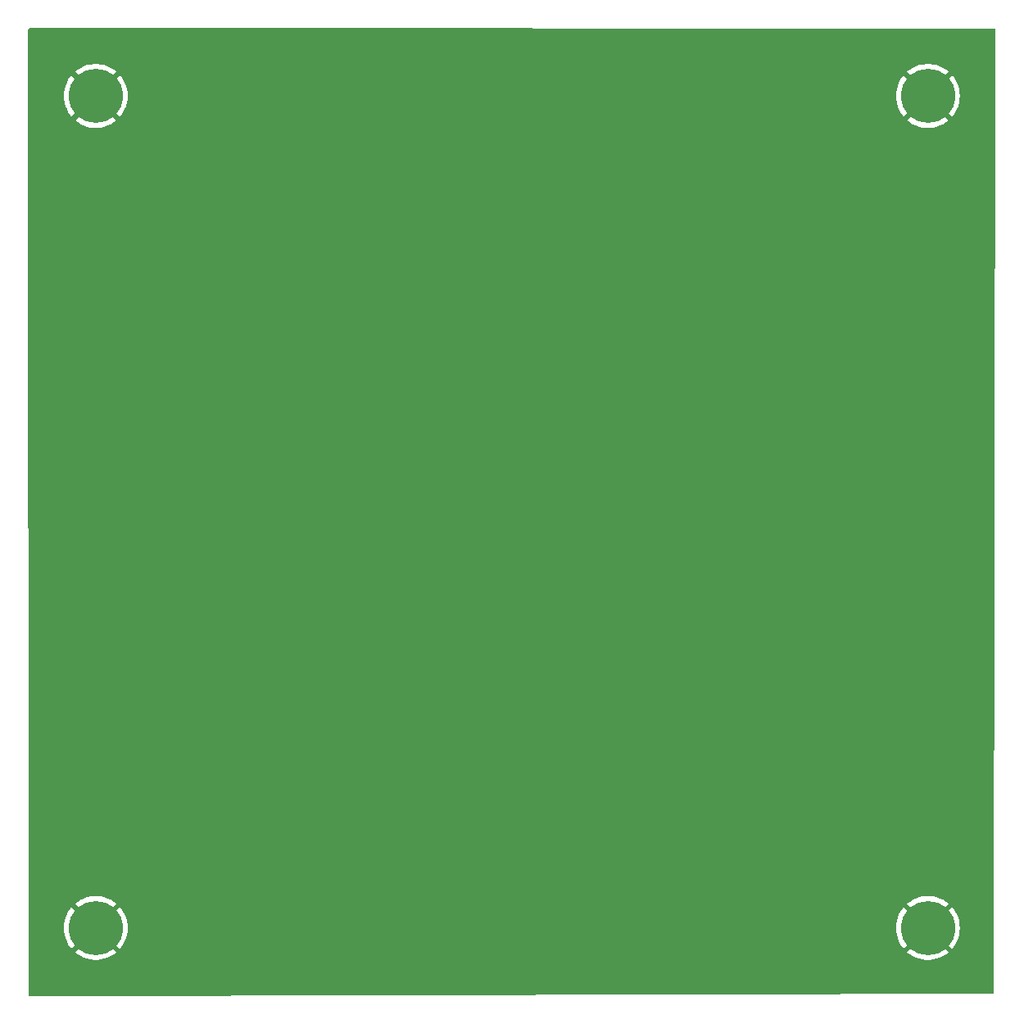
<source format=gbr>
%TF.GenerationSoftware,KiCad,Pcbnew,7.0.7*%
%TF.CreationDate,2023-11-05T15:56:38+00:00*%
%TF.ProjectId,RF_Screen,52465f53-6372-4656-956e-2e6b69636164,rev?*%
%TF.SameCoordinates,Original*%
%TF.FileFunction,Copper,L2,Bot*%
%TF.FilePolarity,Positive*%
%FSLAX46Y46*%
G04 Gerber Fmt 4.6, Leading zero omitted, Abs format (unit mm)*
G04 Created by KiCad (PCBNEW 7.0.7) date 2023-11-05 15:56:38*
%MOMM*%
%LPD*%
G01*
G04 APERTURE LIST*
%TA.AperFunction,ComponentPad*%
%ADD10C,5.600000*%
%TD*%
%TA.AperFunction,ViaPad*%
%ADD11C,0.800000*%
%TD*%
G04 APERTURE END LIST*
D10*
%TO.P,H4,1,1*%
%TO.N,GND*%
X193000000Y-7000000D03*
%TD*%
%TO.P,H3,1,1*%
%TO.N,GND*%
X193000000Y-93000000D03*
%TD*%
%TO.P,H1,1,1*%
%TO.N,GND*%
X107000000Y-7000000D03*
%TD*%
%TO.P,H2,1,1*%
%TO.N,GND*%
X107000000Y-93000000D03*
%TD*%
D11*
%TO.N,GND*%
X192500000Y-97500000D03*
X187500000Y-97500000D03*
X182500000Y-97500000D03*
X177500000Y-97500000D03*
X172500000Y-97500000D03*
X167500000Y-97500000D03*
X162500000Y-97500000D03*
X157500000Y-97500000D03*
X152500000Y-97500000D03*
X147500000Y-97500000D03*
X142500000Y-97500000D03*
X137500000Y-97500000D03*
X132500000Y-97500000D03*
X127500000Y-97500000D03*
X122500000Y-97500000D03*
X117500000Y-97500000D03*
X112500000Y-97500000D03*
X107500000Y-97500000D03*
X197500000Y-97500000D03*
X197500000Y-92500000D03*
X197500000Y-87500000D03*
X197500000Y-82500000D03*
X197500000Y-77500000D03*
X197500000Y-72500000D03*
X197500000Y-67500000D03*
X197500000Y-62500000D03*
X197500000Y-57500000D03*
X197500000Y-52500000D03*
X197500000Y-47500000D03*
X197500000Y-42500000D03*
X197500000Y-37500000D03*
X197500000Y-32500000D03*
X197500000Y-27500000D03*
X197500000Y-22500000D03*
X197500000Y-17500000D03*
X197500000Y-12500000D03*
X197500000Y-7500000D03*
X102500000Y-97500000D03*
X102500000Y-92500000D03*
X102500000Y-87500000D03*
X102500000Y-82500000D03*
X102500000Y-77500000D03*
X102500000Y-72500000D03*
X102500000Y-67500000D03*
X102500000Y-62500000D03*
X102500000Y-57500000D03*
X102500000Y-52500000D03*
X102500000Y-47500000D03*
X102500000Y-42500000D03*
X102500000Y-37500000D03*
X102500000Y-32500000D03*
X102500000Y-27500000D03*
X102500000Y-22500000D03*
X102500000Y-17500000D03*
X102500000Y-12500000D03*
X102500000Y-7500000D03*
X197500000Y-2500000D03*
X192500000Y-2500000D03*
X187500000Y-2500000D03*
X182500000Y-2500000D03*
X177500000Y-2500000D03*
X172500000Y-2500000D03*
X167500000Y-2500000D03*
X162500000Y-2500000D03*
X157500000Y-2500000D03*
X152500000Y-2500000D03*
X147500000Y-2500000D03*
X142500000Y-2500000D03*
X137500000Y-2500000D03*
X132500000Y-2500000D03*
X127500000Y-2500000D03*
X122500000Y-2500000D03*
X117500000Y-2500000D03*
X112500000Y-2500000D03*
X107500000Y-2500000D03*
X102500000Y-2500000D03*
%TD*%
%TA.AperFunction,Conductor*%
%TO.N,GND*%
G36*
X199865751Y-9987D02*
G01*
X199932788Y-29678D01*
X199978538Y-82487D01*
X199989738Y-134248D01*
X199780259Y-99676520D01*
X199760433Y-99743518D01*
X199707533Y-99789162D01*
X199656520Y-99800259D01*
X105017500Y-99999500D01*
X100153987Y-99999500D01*
X100086948Y-99979815D01*
X100041193Y-99927011D01*
X100029987Y-99875512D01*
X100029299Y-93000002D01*
X103695153Y-93000002D01*
X103714526Y-93357314D01*
X103714527Y-93357331D01*
X103772415Y-93710431D01*
X103772421Y-93710457D01*
X103868147Y-94055232D01*
X103868149Y-94055239D01*
X104000597Y-94387659D01*
X104000606Y-94387677D01*
X104168218Y-94703827D01*
X104369033Y-95000007D01*
X104496441Y-95150003D01*
X104496442Y-95150004D01*
X105607413Y-94039032D01*
X105668736Y-94005547D01*
X105738427Y-94010531D01*
X105789381Y-94046179D01*
X105865130Y-94134870D01*
X105928855Y-94189296D01*
X105953816Y-94210615D01*
X105992009Y-94269122D01*
X105992507Y-94338990D01*
X105960965Y-94392586D01*
X104847255Y-95506295D01*
X104847256Y-95506296D01*
X104860485Y-95518828D01*
X104860486Y-95518829D01*
X105145367Y-95735388D01*
X105145370Y-95735390D01*
X105451990Y-95919876D01*
X105776739Y-96070122D01*
X105776744Y-96070123D01*
X106115855Y-96184383D01*
X106465339Y-96261311D01*
X106821075Y-96299999D01*
X106821085Y-96300000D01*
X107178915Y-96300000D01*
X107178924Y-96299999D01*
X107534660Y-96261311D01*
X107884144Y-96184383D01*
X108223255Y-96070123D01*
X108223260Y-96070122D01*
X108548009Y-95919876D01*
X108854629Y-95735390D01*
X108854632Y-95735388D01*
X109139504Y-95518836D01*
X109152742Y-95506294D01*
X108039033Y-94392586D01*
X108005548Y-94331263D01*
X108010532Y-94261571D01*
X108046180Y-94210617D01*
X108134870Y-94134870D01*
X108210617Y-94046180D01*
X108269121Y-94007990D01*
X108338989Y-94007490D01*
X108392586Y-94039033D01*
X109503556Y-95150003D01*
X109630964Y-95000008D01*
X109630975Y-94999994D01*
X109831781Y-94703827D01*
X109999393Y-94387677D01*
X109999402Y-94387659D01*
X110131850Y-94055239D01*
X110131852Y-94055232D01*
X110227578Y-93710457D01*
X110227584Y-93710431D01*
X110285472Y-93357331D01*
X110285473Y-93357314D01*
X110304847Y-93000002D01*
X189695153Y-93000002D01*
X189714526Y-93357314D01*
X189714527Y-93357331D01*
X189772415Y-93710431D01*
X189772421Y-93710457D01*
X189868147Y-94055232D01*
X189868149Y-94055239D01*
X190000597Y-94387659D01*
X190000606Y-94387677D01*
X190168218Y-94703827D01*
X190369033Y-95000007D01*
X190496441Y-95150003D01*
X190496442Y-95150004D01*
X191607413Y-94039032D01*
X191668736Y-94005547D01*
X191738427Y-94010531D01*
X191789381Y-94046179D01*
X191865130Y-94134870D01*
X191928855Y-94189296D01*
X191953816Y-94210615D01*
X191992009Y-94269122D01*
X191992507Y-94338990D01*
X191960965Y-94392586D01*
X190847255Y-95506295D01*
X190847256Y-95506296D01*
X190860485Y-95518828D01*
X190860486Y-95518829D01*
X191145367Y-95735388D01*
X191145370Y-95735390D01*
X191451990Y-95919876D01*
X191776739Y-96070122D01*
X191776744Y-96070123D01*
X192115855Y-96184383D01*
X192465339Y-96261311D01*
X192821075Y-96299999D01*
X192821085Y-96300000D01*
X193178915Y-96300000D01*
X193178924Y-96299999D01*
X193534660Y-96261311D01*
X193884144Y-96184383D01*
X194223255Y-96070123D01*
X194223260Y-96070122D01*
X194548009Y-95919876D01*
X194854629Y-95735390D01*
X194854632Y-95735388D01*
X195139504Y-95518836D01*
X195152742Y-95506294D01*
X194039033Y-94392586D01*
X194005548Y-94331263D01*
X194010532Y-94261571D01*
X194046180Y-94210617D01*
X194134870Y-94134870D01*
X194210617Y-94046180D01*
X194269121Y-94007990D01*
X194338989Y-94007490D01*
X194392586Y-94039033D01*
X195503556Y-95150003D01*
X195630964Y-95000008D01*
X195630975Y-94999994D01*
X195831781Y-94703827D01*
X195999393Y-94387677D01*
X195999402Y-94387659D01*
X196131850Y-94055239D01*
X196131852Y-94055232D01*
X196227578Y-93710457D01*
X196227584Y-93710431D01*
X196285472Y-93357331D01*
X196285473Y-93357314D01*
X196304846Y-93000002D01*
X196304846Y-92999997D01*
X196285473Y-92642685D01*
X196285472Y-92642668D01*
X196227584Y-92289568D01*
X196227578Y-92289542D01*
X196131852Y-91944767D01*
X196131850Y-91944760D01*
X195999402Y-91612340D01*
X195999393Y-91612322D01*
X195831781Y-91296172D01*
X195630966Y-90999992D01*
X195503557Y-90849995D01*
X195503556Y-90849994D01*
X194392586Y-91960965D01*
X194331263Y-91994450D01*
X194261571Y-91989466D01*
X194210615Y-91953816D01*
X194189296Y-91928855D01*
X194134870Y-91865130D01*
X194046179Y-91789381D01*
X194007989Y-91730878D01*
X194007489Y-91661010D01*
X194039032Y-91607413D01*
X195152743Y-90493703D01*
X195152742Y-90493702D01*
X195139514Y-90481171D01*
X195139513Y-90481170D01*
X194854632Y-90264611D01*
X194854629Y-90264609D01*
X194548009Y-90080123D01*
X194223260Y-89929877D01*
X194223255Y-89929876D01*
X193884144Y-89815616D01*
X193534660Y-89738688D01*
X193178924Y-89700000D01*
X192821075Y-89700000D01*
X192465339Y-89738688D01*
X192115855Y-89815616D01*
X191776744Y-89929876D01*
X191776739Y-89929877D01*
X191451990Y-90080123D01*
X191145370Y-90264609D01*
X191145367Y-90264611D01*
X190860491Y-90481166D01*
X190847256Y-90493703D01*
X190847255Y-90493703D01*
X191960966Y-91607413D01*
X191994451Y-91668736D01*
X191989467Y-91738428D01*
X191953817Y-91789384D01*
X191865130Y-91865130D01*
X191789384Y-91953817D01*
X191730877Y-91992010D01*
X191661009Y-91992508D01*
X191607413Y-91960966D01*
X190496442Y-90849994D01*
X190496441Y-90849995D01*
X190369040Y-90999983D01*
X190369033Y-90999993D01*
X190168218Y-91296172D01*
X190000606Y-91612322D01*
X190000597Y-91612340D01*
X189868149Y-91944760D01*
X189868147Y-91944767D01*
X189772421Y-92289542D01*
X189772415Y-92289568D01*
X189714527Y-92642668D01*
X189714526Y-92642685D01*
X189695153Y-92999997D01*
X189695153Y-93000002D01*
X110304847Y-93000002D01*
X110304847Y-92999997D01*
X110285473Y-92642685D01*
X110285472Y-92642668D01*
X110227584Y-92289568D01*
X110227578Y-92289542D01*
X110131852Y-91944767D01*
X110131850Y-91944760D01*
X109999402Y-91612340D01*
X109999393Y-91612322D01*
X109831781Y-91296172D01*
X109630966Y-90999992D01*
X109503557Y-90849995D01*
X109503556Y-90849994D01*
X108392586Y-91960965D01*
X108331263Y-91994450D01*
X108261571Y-91989466D01*
X108210615Y-91953816D01*
X108189296Y-91928855D01*
X108134870Y-91865130D01*
X108046179Y-91789381D01*
X108007989Y-91730878D01*
X108007489Y-91661010D01*
X108039032Y-91607413D01*
X109152743Y-90493703D01*
X109152742Y-90493702D01*
X109139514Y-90481171D01*
X109139513Y-90481170D01*
X108854632Y-90264611D01*
X108854629Y-90264609D01*
X108548009Y-90080123D01*
X108223260Y-89929877D01*
X108223255Y-89929876D01*
X107884144Y-89815616D01*
X107534660Y-89738688D01*
X107178924Y-89700000D01*
X106821075Y-89700000D01*
X106465339Y-89738688D01*
X106115855Y-89815616D01*
X105776744Y-89929876D01*
X105776739Y-89929877D01*
X105451990Y-90080123D01*
X105145370Y-90264609D01*
X105145367Y-90264611D01*
X104860491Y-90481166D01*
X104847256Y-90493703D01*
X104847255Y-90493703D01*
X105960966Y-91607413D01*
X105994451Y-91668736D01*
X105989467Y-91738428D01*
X105953817Y-91789384D01*
X105865130Y-91865130D01*
X105789384Y-91953817D01*
X105730877Y-91992010D01*
X105661009Y-91992508D01*
X105607413Y-91960966D01*
X104496442Y-90849994D01*
X104496441Y-90849995D01*
X104369040Y-90999983D01*
X104369033Y-90999993D01*
X104168218Y-91296172D01*
X104000606Y-91612322D01*
X104000597Y-91612340D01*
X103868149Y-91944760D01*
X103868147Y-91944767D01*
X103772421Y-92289542D01*
X103772415Y-92289568D01*
X103714527Y-92642668D01*
X103714526Y-92642685D01*
X103695153Y-92999997D01*
X103695153Y-93000002D01*
X100029299Y-93000002D01*
X100020973Y-9735388D01*
X100020699Y-7000002D01*
X103695153Y-7000002D01*
X103714526Y-7357314D01*
X103714527Y-7357331D01*
X103772415Y-7710431D01*
X103772421Y-7710457D01*
X103868147Y-8055232D01*
X103868149Y-8055239D01*
X104000597Y-8387659D01*
X104000606Y-8387677D01*
X104168218Y-8703827D01*
X104369033Y-9000007D01*
X104496441Y-9150003D01*
X104496442Y-9150004D01*
X105607413Y-8039032D01*
X105668736Y-8005547D01*
X105738427Y-8010531D01*
X105789381Y-8046179D01*
X105865130Y-8134870D01*
X105928855Y-8189296D01*
X105953816Y-8210615D01*
X105992009Y-8269122D01*
X105992507Y-8338990D01*
X105960965Y-8392586D01*
X104847255Y-9506295D01*
X104847256Y-9506296D01*
X104860485Y-9518828D01*
X104860486Y-9518829D01*
X105145367Y-9735388D01*
X105145370Y-9735390D01*
X105451990Y-9919876D01*
X105776739Y-10070122D01*
X105776744Y-10070123D01*
X106115855Y-10184383D01*
X106465339Y-10261311D01*
X106821075Y-10299999D01*
X106821085Y-10300000D01*
X107178915Y-10300000D01*
X107178924Y-10299999D01*
X107534660Y-10261311D01*
X107884144Y-10184383D01*
X108223255Y-10070123D01*
X108223260Y-10070122D01*
X108548009Y-9919876D01*
X108854629Y-9735390D01*
X108854632Y-9735388D01*
X109139504Y-9518836D01*
X109152742Y-9506294D01*
X108039033Y-8392586D01*
X108005548Y-8331263D01*
X108010532Y-8261571D01*
X108046180Y-8210617D01*
X108134870Y-8134870D01*
X108210617Y-8046180D01*
X108269121Y-8007990D01*
X108338989Y-8007490D01*
X108392586Y-8039033D01*
X109503556Y-9150003D01*
X109630964Y-9000008D01*
X109630975Y-8999994D01*
X109831781Y-8703827D01*
X109999393Y-8387677D01*
X109999402Y-8387659D01*
X110131850Y-8055239D01*
X110131852Y-8055232D01*
X110227578Y-7710457D01*
X110227584Y-7710431D01*
X110285472Y-7357331D01*
X110285473Y-7357314D01*
X110304847Y-7000002D01*
X189695153Y-7000002D01*
X189714526Y-7357314D01*
X189714527Y-7357331D01*
X189772415Y-7710431D01*
X189772421Y-7710457D01*
X189868147Y-8055232D01*
X189868149Y-8055239D01*
X190000597Y-8387659D01*
X190000606Y-8387677D01*
X190168218Y-8703827D01*
X190369033Y-9000007D01*
X190496441Y-9150003D01*
X190496442Y-9150004D01*
X191607413Y-8039032D01*
X191668736Y-8005547D01*
X191738427Y-8010531D01*
X191789381Y-8046179D01*
X191865130Y-8134870D01*
X191928855Y-8189296D01*
X191953816Y-8210615D01*
X191992009Y-8269122D01*
X191992507Y-8338990D01*
X191960965Y-8392586D01*
X190847255Y-9506295D01*
X190847256Y-9506296D01*
X190860485Y-9518828D01*
X190860486Y-9518829D01*
X191145367Y-9735388D01*
X191145370Y-9735390D01*
X191451990Y-9919876D01*
X191776739Y-10070122D01*
X191776744Y-10070123D01*
X192115855Y-10184383D01*
X192465339Y-10261311D01*
X192821075Y-10299999D01*
X192821085Y-10300000D01*
X193178915Y-10300000D01*
X193178924Y-10299999D01*
X193534660Y-10261311D01*
X193884144Y-10184383D01*
X194223255Y-10070123D01*
X194223260Y-10070122D01*
X194548009Y-9919876D01*
X194854629Y-9735390D01*
X194854632Y-9735388D01*
X195139504Y-9518836D01*
X195152742Y-9506294D01*
X194039033Y-8392586D01*
X194005548Y-8331263D01*
X194010532Y-8261571D01*
X194046180Y-8210617D01*
X194134870Y-8134870D01*
X194210617Y-8046180D01*
X194269121Y-8007990D01*
X194338989Y-8007490D01*
X194392586Y-8039033D01*
X195503556Y-9150003D01*
X195630964Y-9000008D01*
X195630975Y-8999994D01*
X195831781Y-8703827D01*
X195999393Y-8387677D01*
X195999402Y-8387659D01*
X196131850Y-8055239D01*
X196131852Y-8055232D01*
X196227578Y-7710457D01*
X196227584Y-7710431D01*
X196285472Y-7357331D01*
X196285473Y-7357314D01*
X196304846Y-7000002D01*
X196304846Y-6999997D01*
X196285473Y-6642685D01*
X196285472Y-6642668D01*
X196227584Y-6289568D01*
X196227578Y-6289542D01*
X196131852Y-5944767D01*
X196131850Y-5944760D01*
X195999402Y-5612340D01*
X195999393Y-5612322D01*
X195831781Y-5296172D01*
X195630966Y-4999992D01*
X195503557Y-4849995D01*
X195503556Y-4849994D01*
X194392586Y-5960965D01*
X194331263Y-5994450D01*
X194261571Y-5989466D01*
X194210615Y-5953816D01*
X194189296Y-5928855D01*
X194134870Y-5865130D01*
X194046179Y-5789381D01*
X194007989Y-5730878D01*
X194007489Y-5661010D01*
X194039032Y-5607413D01*
X195152743Y-4493703D01*
X195152742Y-4493702D01*
X195139514Y-4481171D01*
X195139513Y-4481170D01*
X194854632Y-4264611D01*
X194854629Y-4264609D01*
X194548009Y-4080123D01*
X194223260Y-3929877D01*
X194223255Y-3929876D01*
X193884144Y-3815616D01*
X193534660Y-3738688D01*
X193178924Y-3700000D01*
X192821075Y-3700000D01*
X192465339Y-3738688D01*
X192115855Y-3815616D01*
X191776744Y-3929876D01*
X191776739Y-3929877D01*
X191451990Y-4080123D01*
X191145370Y-4264609D01*
X191145367Y-4264611D01*
X190860491Y-4481166D01*
X190847256Y-4493703D01*
X190847255Y-4493703D01*
X191960966Y-5607413D01*
X191994451Y-5668736D01*
X191989467Y-5738428D01*
X191953817Y-5789384D01*
X191865130Y-5865130D01*
X191789384Y-5953817D01*
X191730877Y-5992010D01*
X191661009Y-5992508D01*
X191607413Y-5960966D01*
X190496442Y-4849994D01*
X190496441Y-4849995D01*
X190369040Y-4999983D01*
X190369033Y-4999993D01*
X190168218Y-5296172D01*
X190000606Y-5612322D01*
X190000597Y-5612340D01*
X189868149Y-5944760D01*
X189868147Y-5944767D01*
X189772421Y-6289542D01*
X189772415Y-6289568D01*
X189714527Y-6642668D01*
X189714526Y-6642685D01*
X189695153Y-6999997D01*
X189695153Y-7000002D01*
X110304847Y-7000002D01*
X110304847Y-6999997D01*
X110285473Y-6642685D01*
X110285472Y-6642668D01*
X110227584Y-6289568D01*
X110227578Y-6289542D01*
X110131852Y-5944767D01*
X110131850Y-5944760D01*
X109999402Y-5612340D01*
X109999393Y-5612322D01*
X109831781Y-5296172D01*
X109630966Y-4999992D01*
X109503557Y-4849995D01*
X109503556Y-4849994D01*
X108392586Y-5960965D01*
X108331263Y-5994450D01*
X108261571Y-5989466D01*
X108210615Y-5953816D01*
X108189296Y-5928855D01*
X108134870Y-5865130D01*
X108046179Y-5789381D01*
X108007989Y-5730878D01*
X108007489Y-5661010D01*
X108039032Y-5607413D01*
X109152743Y-4493703D01*
X109152742Y-4493702D01*
X109139514Y-4481171D01*
X109139513Y-4481170D01*
X108854632Y-4264611D01*
X108854629Y-4264609D01*
X108548009Y-4080123D01*
X108223260Y-3929877D01*
X108223255Y-3929876D01*
X107884144Y-3815616D01*
X107534660Y-3738688D01*
X107178924Y-3700000D01*
X106821075Y-3700000D01*
X106465339Y-3738688D01*
X106115855Y-3815616D01*
X105776744Y-3929876D01*
X105776739Y-3929877D01*
X105451990Y-4080123D01*
X105145370Y-4264609D01*
X105145367Y-4264611D01*
X104860491Y-4481166D01*
X104847256Y-4493703D01*
X104847255Y-4493703D01*
X105960966Y-5607413D01*
X105994451Y-5668736D01*
X105989467Y-5738428D01*
X105953817Y-5789384D01*
X105865130Y-5865130D01*
X105789384Y-5953817D01*
X105730877Y-5992010D01*
X105661009Y-5992508D01*
X105607413Y-5960966D01*
X104496442Y-4849994D01*
X104496441Y-4849995D01*
X104369040Y-4999983D01*
X104369033Y-4999993D01*
X104168218Y-5296172D01*
X104000606Y-5612322D01*
X104000597Y-5612340D01*
X103868149Y-5944760D01*
X103868147Y-5944767D01*
X103772421Y-6289542D01*
X103772415Y-6289568D01*
X103714527Y-6642668D01*
X103714526Y-6642685D01*
X103695153Y-6999997D01*
X103695153Y-7000002D01*
X100020699Y-7000002D01*
X100020012Y-124510D01*
X100039690Y-57471D01*
X100092489Y-11711D01*
X100144012Y-500D01*
X105018500Y-500D01*
X199865751Y-9987D01*
G37*
%TD.AperFunction*%
%TD*%
M02*

</source>
